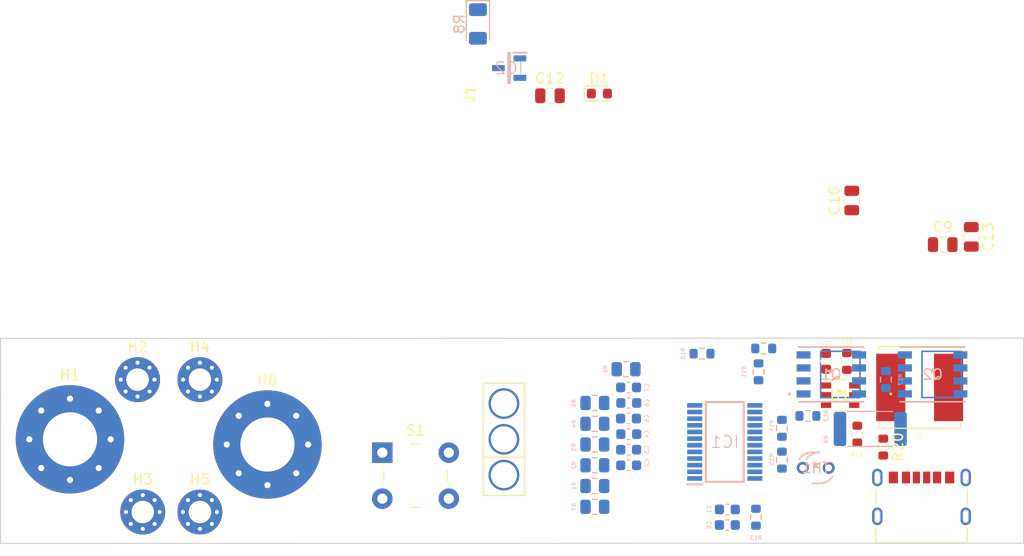
<source format=kicad_pcb>
(kicad_pcb (version 20211014) (generator pcbnew)
  (layers (0 "F.Cu" signal) (31 "B.Cu" signal) (34 "B.Paste" user) (35 "F.Paste" user) (36 "B.SilkS" user "B.Silkscreen") (37 "F.SilkS" user "F.Silkscreen") (38 "B.Mask" user) (39 "F.Mask" user) (44 "Edge.Cuts" user))
  (net 0 "")
  (net 1 "VSS")
  (net 2 "AVDD")
  (net 3 "Net-(C2-Pad1)")
  (net 4 "Net-(C2-Pad2)")
  (net 5 "Net-(C3-Pad2)")
  (net 6 "Net-(C4-Pad2)")
  (net 7 "Net-(C5-Pad2)")
  (net 8 "Net-(C7-Pad2)")
  (net 9 "Net-(C8-Pad1)")
  (net 10 "Net-(D1-Pad2)")
  (net 11 "PACK+")
  (net 12 "Net-(H2-Pad1)")
  (net 13 "Net-(H3-Pad1)")
  (net 14 "Net-(H4-Pad1)")
  (net 15 "Net-(H5-Pad1)")
  (net 16 "Net-(IC1-Pad22)")
  (net 18 "CCFG")
  (net 19 "Net-(IC1-Pad19)")
  (net 20 "Net-(IC1-Pad18)")
  (net 21 "Net-(IC1-Pad17)")
  (net 23 "Net-(IC1-Pad14)")
  (net 24 "Net-(IC1-Pad13)")
  (net 25 "Net-(IC1-Pad12)")
  (net 26 "Net-(IC1-Pad11)")
  (net 27 "PACK-")
  (net 28 "/BI")
  (net 29 "Net-(Q1-Pad5)")
  (net 30 "Net-(Q1-Pad4)")
  (net 31 "Net-(Q2-Pad4)")
  (net 32 "Net-(R8-Pad1)")
  (net 33 "+BATT")
  (net 34 "Net-(C11-Pad1)")
  (net 35 "Net-(C11-Pad2)")
  (net 36 "Net-(C12-Pad1)")
  (net 39 "Net-(R18-Pad2)")
  (net 40 "Net-(R19-Pad2)")
  (footprint "MountingHole:MountingHole_5.3mm_M5_Pad_Via" (layer "F.Cu") (at 126.762 79.86)
    (fp_text reference "H1")
    (fp_text value "MountingHole_Pad" hide)
  )
  (footprint "BMS:Switch_Tactile_THT_6x6mm_MJTP1230" (layer "F.Cu") (at 157.294 81.166)
    (fp_text reference "S1")
    (fp_text value "MJTP1230")
  )
  (footprint "BMS:MR30" (layer "F.Cu") (at 169.18 79.86 90)
    (fp_text reference "J1")
    (fp_text value "Conn_01x03_Male")
  )
  (footprint "Capacitor_SMD:C_0603_1608Metric" (layer "F.Cu") (at 200.676 72.227 90)
    (fp_text reference "C11")
    (fp_text value "100nF" hide)
  )
  (footprint "Capacitor_SMD:C_0805_2012Metric" (layer "F.Cu") (at 203.185 56.492 90)
    (fp_text reference "C10")
    (fp_text value "10uF")
  )
  (footprint "Capacitor_SMD:C_0805_2012Metric" (layer "F.Cu") (at 212.075 60.81)
    (fp_text reference "C9")
    (fp_text value "10uF")
  )
  (footprint "MountingHole:MountingHole_2.2mm_M2_Pad_Via" (layer "F.Cu") (at 133.366 74.018)
    (fp_text reference "H2")
    (fp_text value "MountingHole_Pad" hide)
  )
  (footprint "Resistor_SMD:R_0603_1608Metric" (layer "F.Cu") (at 206.264 80.622 -90)
    (fp_text reference "R20")
    (fp_text value "10k" hide)
  )
  (footprint "Capacitor_SMD:C_0805_2012Metric" (layer "F.Cu") (at 173.682 46.24)
    (fp_text reference "C12")
    (fp_text value "22uF")
  )
  (footprint "MountingHole:MountingHole_2.2mm_M2_Pad_Via" (layer "F.Cu") (at 133.874 86.972)
    (fp_text reference "H3")
    (fp_text value "MountingHole_Pad" hide)
  )
  (footprint "BMS:CUI_UJC-HP-3-SMT-TR" (layer "F.Cu") (at 210.005 83.595)
    (fp_text reference "J2")
    (fp_text value "UJC-HP-3-SMT-TR")
    (fp_line (start -4.07 4.15) (end -4.07 3.45) (layer "Edge.Cuts") (width 0.1))
    (fp_line (start -4.57 3.45) (end -4.57 4.15) (layer "Edge.Cuts") (width 0.1))
    (fp_line (start -4.57 -0.35) (end -4.57 0.35) (layer "Edge.Cuts") (width 0.1))
    (fp_line (start -4.07 0.35) (end -4.07 -0.35) (layer "Edge.Cuts") (width 0.1))
    (fp_line (start 4.57 4.15) (end 4.57 3.45) (layer "Edge.Cuts") (width 0.1))
    (fp_line (start 4.57 0.35) (end 4.57 -0.35) (layer "Edge.Cuts") (width 0.1))
    (fp_line (start 4.07 3.45) (end 4.07 4.15) (layer "Edge.Cuts") (width 0.1))
    (fp_line (start 4.07 -0.35) (end 4.07 0.35) (layer "Edge.Cuts") (width 0.1))
    (fp_arc (start 4.32 0.6) (mid 4.143223 0.526777) (end 4.07 0.35) (layer "Edge.Cuts") (width 0.1))
    (fp_arc (start 4.32 3.2) (mid 4.496777 3.273223) (end 4.57 3.45) (layer "Edge.Cuts") (width 0.1))
    (fp_arc (start 4.57 4.15) (mid 4.496777 4.326777) (end 4.32 4.4) (layer "Edge.Cuts") (width 0.1))
    (fp_arc (start 4.32 4.4) (mid 4.143223 4.326777) (end 4.07 4.15) (layer "Edge.Cuts") (width 0.1))
    (fp_arc (start -4.07 4.15) (mid -4.143223 4.326777) (end -4.32 4.4) (layer "Edge.Cuts") (width 0.1))
    (fp_arc (start -4.32 4.4) (mid -4.496777 4.326777) (end -4.57 4.15) (layer "Edge.Cuts") (width 0.1))
    (fp_arc (start -4.07 0.35) (mid -4.143223 0.526777) (end -4.32 0.6) (layer "Edge.Cuts") (width 0.1))
    (fp_arc (start 4.32 -0.6) (mid 4.496777 -0.526777) (end 4.57 -0.35) (layer "Edge.Cuts") (width 0.1))
    (fp_arc (start -4.57 3.45) (mid -4.496777 3.273223) (end -4.32 3.2) (layer "Edge.Cuts") (width 0.1))
    (fp_arc (start -4.32 3.2) (mid -4.143223 3.273223) (end -4.07 3.45) (layer "Edge.Cuts") (width 0.1))
    (fp_arc (start 4.57 0.35) (mid 4.496777 0.526777) (end 4.32 0.6) (layer "Edge.Cuts") (width 0.1))
    (fp_arc (start -4.57 -0.35) (mid -4.496777 -0.526777) (end -4.32 -0.6) (layer "Edge.Cuts") (width 0.1))
    (fp_arc (start 4.07 -0.35) (mid 4.143223 -0.526777) (end 4.32 -0.6) (layer "Edge.Cuts") (width 0.1))
    (fp_arc (start -4.32 -0.6) (mid -4.143223 -0.526777) (end -4.07 -0.35) (layer "Edge.Cuts") (width 0.1))
    (fp_arc (start -4.32 0.6) (mid -4.496777 0.526777) (end -4.57 0.35) (layer "Edge.Cuts") (width 0.1))
    (fp_arc (start 4.07 3.45) (mid 4.143223 3.273223) (end 4.32 3.2) (layer "Edge.Cuts") (width 0.1))
  )
  (footprint "MountingHole:MountingHole_2.2mm_M2_Pad_Via" (layer "F.Cu") (at 139.462 86.972)
    (fp_text reference "H5")
    (fp_text value "MountingHole_Pad" hide)
  )
  (footprint "Capacitor_SMD:C_0805_2012Metric" (layer "F.Cu") (at 214.869 60.048 -90)
    (fp_text reference "C13")
    (fp_text value "22uF")
  )
  (footprint "Resistor_SMD:R_0603_1608Metric" (layer "F.Cu") (at 202.708 72.24 -90)
    (fp_text reference "R18")
    (fp_text value "30" hide)
  )
  (footprint "MountingHole:MountingHole_5.3mm_M5_Pad_Via" (layer "F.Cu") (at 146.066 80.368)
    (fp_text reference "H6")
    (fp_text value "MountingHole_Pad")
  )
  (footprint "Resistor_SMD:R_0603_1608Metric" (layer "F.Cu") (at 203.724 79.352 90)
    (fp_text reference "R19")
    (fp_text value "52.3k" hide)
  )
  (footprint "PowerBankv0.2:IND_SRN8040TA-5R6M" (layer "F.Cu") (at 209.82 74.78)
    (fp_text reference "L1")
    (fp_text value "5.6uH" hide)
  )
  (footprint "PowerBankv0.2:TPS56339DDCR" (layer "F.Cu") (at 202.051001 75.542)
    (fp_text reference "U1")
    (fp_text value "TPS56339DDCR" hide)
  )
  (footprint "LED_SMD:LED_0603_1608Metric" (layer "F.Cu") (at 178.514 46.03)
    (fp_text reference "D1")
    (fp_text value "LED")
  )
  (footprint "MountingHole:MountingHole_2.2mm_M2_Pad_Via" (layer "F.Cu") (at 139.462 74.018)
    (fp_text reference "H4")
    (fp_text value "MountingHole_Pad" hide)
  )
  (footprint "Capacitor_SMD:C_0603_1608Metric" (layer "B.Cu") (at 181.372 80.876)
    (fp_text reference "C3")
    (fp_text value "1u" hide)
  )
  (footprint "BMS:CSD18502Q5B" (layer "B.Cu") (at 201.184 73.51)
    (fp_text reference "Q1")
    (fp_text value "CSD18502Q5B" hide)
  )
  (footprint "Resistor_SMD:R_0603_1608Metric" (layer "B.Cu") (at 194.58 70.97 180)
    (fp_text reference "R16" hide)
    (fp_text value "470k" hide)
  )
  (footprint "Capacitor_SMD:C_0603_1608Metric" (layer "B.Cu") (at 181.372 82.4 180)
    (fp_text reference "C2")
    (fp_text value "1u" hide)
  )
  (footprint "BMS:CSD18502Q5B" (layer "B.Cu") (at 211.09 73.51)
    (fp_text reference "Q2")
    (fp_text value "CSD18502Q5B" hide)
  )
  (footprint "Resistor_SMD:R_0603_1608Metric" (layer "B.Cu") (at 196.358 78.781 -90)
    (fp_text reference "R14")
    (fp_text value "604k" hide)
  )
  (footprint "Resistor_SMD:R_0805_2012Metric" (layer "B.Cu") (at 178.07 76.304 180)
    (fp_text reference "R5")
    (fp_text value "30" hide)
  )
  (footprint "Resistor_SMD:R_0603_1608Metric" (layer "B.Cu") (at 193.818 87.48 90)
    (fp_text reference "R13")
    (fp_text value "10k" hide)
  )
  (footprint "Resistor_SMD:R_0805_2012Metric" (layer "B.Cu") (at 181.118 73.002 180)
    (fp_text reference "R6")
    (fp_text value "30" hide)
  )
  (footprint "Resistor_SMD:R_0603_1608Metric" (layer "B.Cu") (at 188.547 71.478)
    (fp_text reference "R10")
    (fp_text value "4.7K" hide)
  )
  (footprint "Capacitor_SMD:C_0603_1608Metric" (layer "B.Cu") (at 181.372 74.78)
    (fp_text reference "C7")
    (fp_text value "1u" hide)
  )
  (footprint "Resistor_SMD:R_0805_2012Metric" (layer "B.Cu") (at 178.07 86.464 180)
    (fp_text reference "R7")
    (fp_text value "1K" hide)
  )
  (footprint "Resistor_SMD:R_0603_1608Metric" (layer "B.Cu") (at 198.898 77.574)
    (fp_text reference "R12")
    (fp_text value "1k" hide)
  )
  (footprint "Capacitor_SMD:C_0603_1608Metric" (layer "B.Cu") (at 181.385 76.304)
    (fp_text reference "C6")
    (fp_text value "1u" hide)
  )
  (footprint "BQ7791500PWR:SOP65P640X120-24N" (layer "B.Cu") (at 190.77 80.114)
    (fp_text reference "IC1")
    (fp_text value "BQ7791500PWR" hide)
  )
  (footprint "Resistor_SMD:R_0805_2012Metric" (layer "B.Cu") (at 178.07 82.4 180)
    (fp_text reference "R2")
    (fp_text value "30" hide)
  )
  (footprint "Resistor_SMD:R_0805_2012Metric" (layer "B.Cu") (at 178.07 80.368 180)
    (fp_text reference "R3")
    (fp_text value "30" hide)
  )
  (footprint "Resistor_SMD:R_0603_1608Metric" (layer "B.Cu") (at 196.358 81.892 -90)
    (fp_text reference "R15")
    (fp_text value "10k" hide)
  )
  (footprint "Capacitor_SMD:C_0603_1608Metric" (layer "B.Cu") (at 191.024 88.242)
    (fp_text reference "C8")
    (fp_text value "1u" hide)
  )
  (footprint "Resistor_SMD:R_0805_2012Metric" (layer "B.Cu") (at 178.07 78.336 180)
    (fp_text reference "R4")
    (fp_text value "30" hide)
  )
  (footprint "Resistor_SMD:R_0603_1608Metric" (layer "B.Cu") (at 206.518 74.018 90)
    (fp_text reference "R17")
    (fp_text value "1M" hide)
  )
  (footprint "BMS:NTCLE101E3C90173" (layer "B.Cu") (at 199.66 82.654)
    (fp_text reference "TH1")
    (fp_text value "Thermistor_NTC" hide)
  )
  (footprint "Capacitor_SMD:C_0603_1608Metric" (layer "B.Cu") (at 191.024 86.718 180)
    (fp_text reference "C1")
    (fp_text value "1u" hide)
  )
  (footprint "Resistor_SMD:R_0805_2012Metric" (layer "B.Cu") (at 178.07 84.432 180)
    (fp_text reference "R1")
    (fp_text value "30" hide)
  )
  (footprint "LED_SMD:LED_1206_3216Metric" (layer "B.Cu") (at 166.64 39.22 -90)
    (fp_text reference "R8")
    (fp_text value "820")
  )
  (footprint "BQ2026DBZR:SOT95P237X112-3N" (layer "B.Cu") (at 169.688 43.538 180)
    (fp_text reference "IC2")
    (fp_text value "BQ2026DBZR")
  )
  (footprint "Capacitor_SMD:C_0603_1608Metric" (layer "B.Cu") (at 181.359 77.828)
    (fp_text reference "C5")
    (fp_text value "1u" hide)
  )
  (footprint "Capacitor_SMD:C_0603_1608Metric" (layer "B.Cu") (at 181.385 79.352)
    (fp_text reference "C4")
    (fp_text value "1u" hide)
  )
  (footprint "Resistor_SMD:R_0603_1608Metric" (layer "B.Cu") (at 194.072 73.256 -90)
    (fp_text reference "R11")
    (fp_text value "1M" hide)
  )
  (footprint "Resistor_SMD:R_2512_6332Metric" (layer "B.Cu") (at 204.994 78.844)
    (fp_text reference "R9")
    (fp_text value "0.002" hide)
  )
  (gr_line (start 219.98 90.02) (end 219.98 69.954) (layer "Edge.Cuts") (width 0.1))
  (gr_line (start 219.98 69.954) (end 119.97 69.99) (layer "Edge.Cuts") (width 0.1))
  (gr_line (start 119.97 69.99) (end 119.98 90.05) (layer "Edge.Cuts") (width 0.1))
  (gr_line (start 219.98 90.02) (end 119.98 90.05) (layer "Edge.Cuts") (width 0.1))
)
</source>
